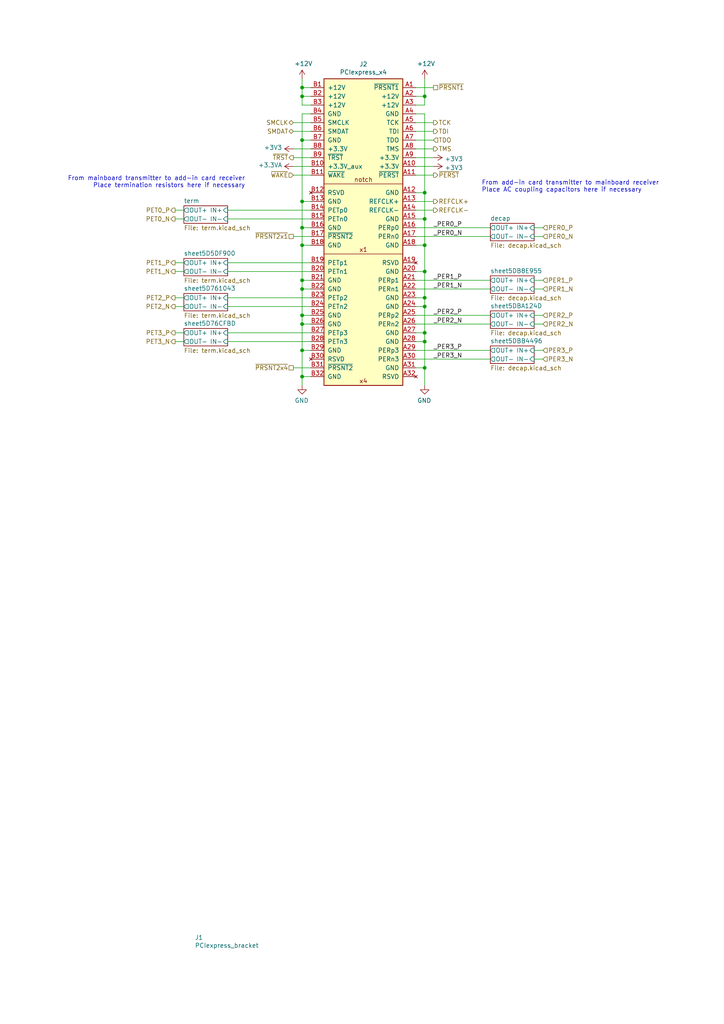
<source format=kicad_sch>
(kicad_sch (version 20211123) (generator eeschema)
  (paper "A4" portrait)
  (title_block (title "PCIexpress_x4_half") (company "Author: Luca Anastasio"))
  (lib_symbols
    (symbol "PCIexpress:PCIexpress_bracket" (pin_names (offset 1.016))
      (property "Reference" "J" (at 0 0 0))
      (property "Value" "PCIexpress_bracket" (at 0 0 0))
    )
    (symbol "PCIexpress:PCIexpress_x4" (pin_names (offset 1.016))
      (property "Reference" "J" (at 0 3.81 0))
      (property "Value" "PCIexpress_x4" (at 0 1.27 0))
      (symbol "PCIexpress_x4_0_0"
        (text "notch" (at 0 -29.21 0) (effects (font (size 1.27 1.27))))
        (text "x1" (at 0 -49.53 0) (effects (font (size 1.27 1.27))))
        (text "x4" (at 0 -87.63 0) (effects (font (size 1.27 1.27))))
      )
      (symbol "PCIexpress_x4_0_1"
        (polyline (pts (xy 11.43 -50.8) (xy -11.43 -50.8)))
        (polyline (pts (xy 11.43 -30.48) (xy -11.43 -30.48)))
      )
      (symbol "PCIexpress_x4_1_1"
        (rectangle (start 11.43 0) (end -11.43 -88.9) (stroke (width 0.254)) (fill (type background)))
        (pin passive line (at 15.24 -2.54 180) (length 3.81) (name "~{PRSNT1}") (number "A1"))
        (pin power_out line (at 15.24 -25.4 180) (length 3.81) (name "+3.3V") (number "A10"))
        (pin output line (at 15.24 -27.94 180) (length 3.81) (name "~{PERST}") (number "A11"))
        (pin power_out line (at 15.24 -33.02 180) (length 3.81) (name "GND") (number "A12"))
        (pin output line (at 15.24 -35.56 180) (length 3.81) (name "REFCLK+") (number "A13"))
        (pin output line (at 15.24 -38.1 180) (length 3.81) (name "REFCLK-") (number "A14"))
        (pin power_out line (at 15.24 -40.64 180) (length 3.81) (name "GND") (number "A15"))
        (pin input line (at 15.24 -43.18 180) (length 3.81) (name "PERp0") (number "A16"))
        (pin input line (at 15.24 -45.72 180) (length 3.81) (name "PERn0") (number "A17"))
        (pin power_out line (at 15.24 -48.26 180) (length 3.81) (name "GND") (number "A18"))
        (pin no_connect line (at 15.24 -53.34 180) (length 3.81) (name "RSVD") (number "A19"))
        (pin power_out line (at 15.24 -5.08 180) (length 3.81) (name "+12V") (number "A2"))
        (pin power_out line (at 15.24 -55.88 180) (length 3.81) (name "GND") (number "A20"))
        (pin input line (at 15.24 -58.42 180) (length 3.81) (name "PERp1") (number "A21"))
        (pin input line (at 15.24 -60.96 180) (length 3.81) (name "PERn1") (number "A22"))
        (pin power_out line (at 15.24 -63.5 180) (length 3.81) (name "GND") (number "A23"))
        (pin power_out line (at 15.24 -66.04 180) (length 3.81) (name "GND") (number "A24"))
        (pin input line (at 15.24 -68.58 180) (length 3.81) (name "PERp2") (number "A25"))
        (pin input line (at 15.24 -71.12 180) (length 3.81) (name "PERn2") (number "A26"))
        (pin power_out line (at 15.24 -73.66 180) (length 3.81) (name "GND") (number "A27"))
        (pin power_out line (at 15.24 -76.2 180) (length 3.81) (name "GND") (number "A28"))
        (pin input line (at 15.24 -78.74 180) (length 3.81) (name "PERp3") (number "A29"))
        (pin power_out line (at 15.24 -7.62 180) (length 3.81) (name "+12V") (number "A3"))
        (pin input line (at 15.24 -81.28 180) (length 3.81) (name "PERn3") (number "A30"))
        (pin power_out line (at 15.24 -83.82 180) (length 3.81) (name "GND") (number "A31"))
        (pin no_connect line (at 15.24 -86.36 180) (length 3.81) (name "RSVD") (number "A32"))
        (pin power_out line (at 15.24 -10.16 180) (length 3.81) (name "GND") (number "A4"))
        (pin output line (at 15.24 -12.7 180) (length 3.81) (name "TCK") (number "A5"))
        (pin output line (at 15.24 -15.24 180) (length 3.81) (name "TDI") (number "A6"))
        (pin input line (at 15.24 -17.78 180) (length 3.81) (name "TDO") (number "A7"))
        (pin output line (at 15.24 -20.32 180) (length 3.81) (name "TMS") (number "A8"))
        (pin power_out line (at 15.24 -22.86 180) (length 3.81) (name "+3.3V") (number "A9"))
        (pin power_out line (at -15.24 -2.54 0) (length 3.81) (name "+12V") (number "B1"))
        (pin power_out line (at -15.24 -25.4 0) (length 3.81) (name "+3.3V_aux") (number "B10"))
        (pin open_collector line (at -15.24 -27.94 0) (length 3.81) (name "~{WAKE}") (number "B11"))
        (pin no_connect line (at -15.24 -33.02 0) (length 3.81) (name "RSVD") (number "B12"))
        (pin power_out line (at -15.24 -35.56 0) (length 3.81) (name "GND") (number "B13"))
        (pin output line (at -15.24 -38.1 0) (length 3.81) (name "PETp0") (number "B14"))
        (pin output line (at -15.24 -40.64 0) (length 3.81) (name "PETn0") (number "B15"))
        (pin power_out line (at -15.24 -43.18 0) (length 3.81) (name "GND") (number "B16"))
        (pin passive line (at -15.24 -45.72 0) (length 3.81) (name "~{PRSNT2}") (number "B17"))
        (pin power_out line (at -15.24 -48.26 0) (length 3.81) (name "GND") (number "B18"))
        (pin output line (at -15.24 -53.34 0) (length 3.81) (name "PETp1") (number "B19"))
        (pin power_out line (at -15.24 -5.08 0) (length 3.81) (name "+12V") (number "B2"))
        (pin output line (at -15.24 -55.88 0) (length 3.81) (name "PETn1") (number "B20"))
        (pin power_out line (at -15.24 -58.42 0) (length 3.81) (name "GND") (number "B21"))
        (pin power_out line (at -15.24 -60.96 0) (length 3.81) (name "GND") (number "B22"))
        (pin output line (at -15.24 -63.5 0) (length 3.81) (name "PETp2") (number "B23"))
        (pin output line (at -15.24 -66.04 0) (length 3.81) (name "PETn2") (number "B24"))
        (pin power_out line (at -15.24 -68.58 0) (length 3.81) (name "GND") (number "B25"))
        (pin power_out line (at -15.24 -71.12 0) (length 3.81) (name "GND") (number "B26"))
        (pin output line (at -15.24 -73.66 0) (length 3.81) (name "PETp3") (number "B27"))
        (pin output line (at -15.24 -76.2 0) (length 3.81) (name "PETn3") (number "B28"))
        (pin power_out line (at -15.24 -78.74 0) (length 3.81) (name "GND") (number "B29"))
        (pin power_out line (at -15.24 -7.62 0) (length 3.81) (name "+12V") (number "B3"))
        (pin no_connect line (at -15.24 -81.28 0) (length 3.81) (name "RSVD") (number "B30"))
        (pin passive line (at -15.24 -83.82 0) (length 3.81) (name "~{PRSNT2}") (number "B31"))
        (pin power_out line (at -15.24 -86.36 0) (length 3.81) (name "GND") (number "B32"))
        (pin power_out line (at -15.24 -10.16 0) (length 3.81) (name "GND") (number "B4"))
        (pin open_collector line (at -15.24 -12.7 0) (length 3.81) (name "SMCLK") (number "B5"))
        (pin open_collector line (at -15.24 -15.24 0) (length 3.81) (name "SMDAT") (number "B6"))
        (pin power_out line (at -15.24 -17.78 0) (length 3.81) (name "GND") (number "B7"))
        (pin power_out line (at -15.24 -20.32 0) (length 3.81) (name "+3.3V") (number "B8"))
        (pin output line (at -15.24 -22.86 0) (length 3.81) (name "~{TRST}") (number "B9"))
      )
    )
    (symbol "PCIexpress_x4_half-rescue:+3.3V-power" (power) (pin_names (offset 0))
      (property "Value" "+3.3V-power" (at 0 3.556 0))
      (symbol "+3.3V-power_0_1"
        (polyline (pts (xy -0.762 1.27) (xy 0 2.54)))
        (polyline (pts (xy 0 0) (xy 0 2.54)))
        (polyline (pts (xy 0 2.54) (xy 0.762 1.27)))
      )
      (symbol "+3.3V-power_1_1"
        (pin power_in line (at 0 0 90) (length 0) hide (name "+3V3") (number "1"))
      )
    )
    (symbol "power:+12V" (power) (pin_names (offset 0))
      (property "Value" "+12V" (at 0 3.556 0))
      (symbol "+12V_0_1"
        (polyline (pts (xy -0.762 1.27) (xy 0 2.54)))
        (polyline (pts (xy 0 0) (xy 0 2.54)))
        (polyline (pts (xy 0 2.54) (xy 0.762 1.27)))
      )
      (symbol "+12V_1_1"
        (pin power_in line (at 0 0 90) (length 0) hide (name "+12V") (number "1"))
      )
    )
    (symbol "power:+3.3VA" (power) (pin_names (offset 0))
      (property "Value" "+3.3VA" (at 0 3.556 0))
      (symbol "+3.3VA_0_1"
        (polyline (pts (xy -0.762 1.27) (xy 0 2.54)))
        (polyline (pts (xy 0 0) (xy 0 2.54)))
        (polyline (pts (xy 0 2.54) (xy 0.762 1.27)))
      )
      (symbol "+3.3VA_1_1"
        (pin power_in line (at 0 0 90) (length 0) hide (name "+3.3VA") (number "1"))
      )
    )
    (symbol "power:GND" (power) (pin_names (offset 0))
      (property "Value" "GND" (at 0 -3.81 0))
      (symbol "GND_0_1"
        (polyline (pts (xy 0 0) (xy 0 -1.27) (xy 1.27 -1.27) (xy 0 -2.54) (xy -1.27 -1.27) (xy 0 -1.27)))
      )
      (symbol "GND_1_1"
        (pin power_in line (at 0 0 270) (length 0) hide (name "GND") (number "1"))
      )
    )
  )
  (junction (at 87.63 101.6))
  (junction (at 123.19 99.06))
  (junction (at 123.19 63.5))
  (junction (at 123.19 71.12))
  (junction (at 87.63 93.98))
  (junction (at 87.63 25.4))
  (junction (at 87.63 109.22))
  (junction (at 87.63 66.04))
  (junction (at 123.19 78.74))
  (junction (at 123.19 96.52))
  (junction (at 123.19 106.68))
  (junction (at 87.63 58.42))
  (junction (at 123.19 86.36))
  (junction (at 87.63 83.82))
  (junction (at 123.19 88.9))
  (junction (at 123.19 27.94))
  (junction (at 123.19 55.88))
  (junction (at 87.63 81.28))
  (junction (at 87.63 71.12))
  (junction (at 87.63 91.44))
  (junction (at 87.63 27.94))
  (junction (at 87.63 40.64))
  (wire (pts (xy 123.19 63.5) (xy 123.19 71.12)))
  (wire (pts (xy 154.94 66.04) (xy 157.48 66.04)))
  (wire (pts (xy 87.63 81.28) (xy 87.63 71.12)))
  (wire (pts (xy 90.17 93.98) (xy 87.63 93.98)))
  (wire (pts (xy 123.19 71.12) (xy 123.19 78.74)))
  (wire (pts (xy 90.17 68.58) (xy 85.09 68.58)))
  (wire (pts (xy 120.65 50.8) (xy 125.73 50.8)))
  (wire (pts (xy 123.19 99.06) (xy 123.19 106.68)))
  (wire (pts (xy 50.8 78.74) (xy 53.34 78.74)))
  (wire (pts (xy 90.17 81.28) (xy 87.63 81.28)))
  (wire (pts (xy 154.94 93.98) (xy 157.48 93.98)))
  (wire (pts (xy 120.65 38.1) (xy 125.73 38.1)))
  (wire (pts (xy 85.09 38.1) (xy 90.17 38.1)))
  (wire (pts (xy 123.19 27.94) (xy 120.65 27.94)))
  (wire (pts (xy 123.19 96.52) (xy 123.19 99.06)))
  (wire (pts (xy 120.65 93.98) (xy 142.24 93.98)))
  (wire (pts (xy 120.65 43.18) (xy 125.73 43.18)))
  (wire (pts (xy 90.17 25.4) (xy 87.63 25.4)))
  (wire (pts (xy 87.63 93.98) (xy 87.63 91.44)))
  (wire (pts (xy 66.04 60.96) (xy 90.17 60.96)))
  (wire (pts (xy 50.8 88.9) (xy 53.34 88.9)))
  (wire (pts (xy 120.65 68.58) (xy 142.24 68.58)))
  (wire (pts (xy 85.09 43.18) (xy 90.17 43.18)))
  (wire (pts (xy 120.65 48.26) (xy 125.73 48.26)))
  (wire (pts (xy 120.65 58.42) (xy 125.73 58.42)))
  (wire (pts (xy 120.65 55.88) (xy 123.19 55.88)))
  (wire (pts (xy 120.65 81.28) (xy 142.24 81.28)))
  (wire (pts (xy 90.17 40.64) (xy 87.63 40.64)))
  (wire (pts (xy 87.63 109.22) (xy 87.63 101.6)))
  (wire (pts (xy 120.65 91.44) (xy 142.24 91.44)))
  (wire (pts (xy 87.63 27.94) (xy 87.63 25.4)))
  (wire (pts (xy 87.63 101.6) (xy 87.63 93.98)))
  (wire (pts (xy 87.63 66.04) (xy 87.63 58.42)))
  (wire (pts (xy 87.63 111.76) (xy 87.63 109.22)))
  (wire (pts (xy 90.17 83.82) (xy 87.63 83.82)))
  (wire (pts (xy 123.19 86.36) (xy 123.19 88.9)))
  (wire (pts (xy 87.63 30.48) (xy 87.63 27.94)))
  (wire (pts (xy 123.19 22.86) (xy 123.19 27.94)))
  (wire (pts (xy 87.63 33.02) (xy 90.17 33.02)))
  (wire (pts (xy 120.65 86.36) (xy 123.19 86.36)))
  (wire (pts (xy 123.19 33.02) (xy 120.65 33.02)))
  (wire (pts (xy 120.65 40.64) (xy 125.73 40.64)))
  (wire (pts (xy 50.8 99.06) (xy 53.34 99.06)))
  (wire (pts (xy 154.94 104.14) (xy 157.48 104.14)))
  (wire (pts (xy 66.04 86.36) (xy 90.17 86.36)))
  (wire (pts (xy 87.63 40.64) (xy 87.63 33.02)))
  (wire (pts (xy 154.94 83.82) (xy 157.48 83.82)))
  (wire (pts (xy 123.19 33.02) (xy 123.19 55.88)))
  (wire (pts (xy 87.63 25.4) (xy 87.63 22.86)))
  (wire (pts (xy 154.94 81.28) (xy 157.48 81.28)))
  (wire (pts (xy 87.63 27.94) (xy 90.17 27.94)))
  (wire (pts (xy 120.65 71.12) (xy 123.19 71.12)))
  (wire (pts (xy 154.94 68.58) (xy 157.48 68.58)))
  (wire (pts (xy 90.17 91.44) (xy 87.63 91.44)))
  (wire (pts (xy 154.94 101.6) (xy 157.48 101.6)))
  (wire (pts (xy 120.65 60.96) (xy 125.73 60.96)))
  (wire (pts (xy 120.65 101.6) (xy 142.24 101.6)))
  (wire (pts (xy 50.8 76.2) (xy 53.34 76.2)))
  (wire (pts (xy 87.63 83.82) (xy 87.63 81.28)))
  (wire (pts (xy 85.09 35.56) (xy 90.17 35.56)))
  (wire (pts (xy 87.63 91.44) (xy 87.63 83.82)))
  (wire (pts (xy 120.65 88.9) (xy 123.19 88.9)))
  (wire (pts (xy 66.04 88.9) (xy 90.17 88.9)))
  (wire (pts (xy 120.65 96.52) (xy 123.19 96.52)))
  (wire (pts (xy 123.19 78.74) (xy 123.19 86.36)))
  (wire (pts (xy 90.17 66.04) (xy 87.63 66.04)))
  (wire (pts (xy 90.17 30.48) (xy 87.63 30.48)))
  (wire (pts (xy 90.17 71.12) (xy 87.63 71.12)))
  (wire (pts (xy 66.04 78.74) (xy 90.17 78.74)))
  (wire (pts (xy 85.09 106.68) (xy 90.17 106.68)))
  (wire (pts (xy 120.65 25.4) (xy 125.73 25.4)))
  (wire (pts (xy 120.65 106.68) (xy 123.19 106.68)))
  (wire (pts (xy 50.8 60.96) (xy 53.34 60.96)))
  (wire (pts (xy 66.04 96.52) (xy 90.17 96.52)))
  (wire (pts (xy 123.19 111.76) (xy 123.19 106.68)))
  (wire (pts (xy 66.04 76.2) (xy 90.17 76.2)))
  (wire (pts (xy 50.8 96.52) (xy 53.34 96.52)))
  (wire (pts (xy 85.09 50.8) (xy 90.17 50.8)))
  (wire (pts (xy 120.65 30.48) (xy 123.19 30.48)))
  (wire (pts (xy 120.65 83.82) (xy 142.24 83.82)))
  (wire (pts (xy 154.94 91.44) (xy 157.48 91.44)))
  (wire (pts (xy 90.17 58.42) (xy 87.63 58.42)))
  (wire (pts (xy 90.17 101.6) (xy 87.63 101.6)))
  (wire (pts (xy 120.65 45.72) (xy 125.73 45.72)))
  (wire (pts (xy 66.04 99.06) (xy 90.17 99.06)))
  (wire (pts (xy 87.63 58.42) (xy 87.63 40.64)))
  (wire (pts (xy 50.8 63.5) (xy 53.34 63.5)))
  (wire (pts (xy 90.17 109.22) (xy 87.63 109.22)))
  (wire (pts (xy 120.65 99.06) (xy 123.19 99.06)))
  (wire (pts (xy 66.04 63.5) (xy 90.17 63.5)))
  (wire (pts (xy 87.63 71.12) (xy 87.63 66.04)))
  (wire (pts (xy 120.65 104.14) (xy 142.24 104.14)))
  (wire (pts (xy 85.09 45.72) (xy 90.17 45.72)))
  (wire (pts (xy 120.65 63.5) (xy 123.19 63.5)))
  (wire (pts (xy 120.65 78.74) (xy 123.19 78.74)))
  (wire (pts (xy 120.65 35.56) (xy 125.73 35.56)))
  (wire (pts (xy 123.19 30.48) (xy 123.19 27.94)))
  (wire (pts (xy 50.8 86.36) (xy 53.34 86.36)))
  (wire (pts (xy 85.09 48.26) (xy 90.17 48.26)))
  (wire (pts (xy 123.19 88.9) (xy 123.19 96.52)))
  (wire (pts (xy 123.19 55.88) (xy 123.19 63.5)))
  (wire (pts (xy 120.65 66.04) (xy 142.24 66.04)))
  (text "From add-in card transmitter to mainboard receiver\nPlace AC coupling capacitors here if necessary" (at 139.7 55.88 0) (effects (font (size 1.27 1.27)) (justify left bottom)))
  (text "From mainboard transmitter to add-in card receiver\nPlace termination resistors here if necessary" (at 71.12 54.61 180) (effects (font (size 1.27 1.27)) (justify right bottom)))
  (label "_PER0_P" (at 125.73 66.04 0))
  (label "_PER1_N" (at 125.73 83.82 0))
  (label "_PER2_N" (at 125.73 93.98 0))
  (label "_PER1_P" (at 125.73 81.28 0))
  (label "_PER3_P" (at 125.73 101.6 0))
  (label "_PER2_P" (at 125.73 91.44 0))
  (label "_PER3_N" (at 125.73 104.14 0))
  (label "_PER0_N" (at 125.73 68.58 0))
  (hierarchical_label "PET1_N" (shape output) (at 50.8 78.74 180))
  (hierarchical_label "SMDAT" (shape bidirectional) (at 85.09 38.1 180))
  (hierarchical_label "~{PRSNT2x1}" (shape passive) (at 85.09 68.58 180))
  (hierarchical_label "TMS" (shape output) (at 125.73 43.18 0))
  (hierarchical_label "~{WAKE}" (shape input) (at 85.09 50.8 180))
  (hierarchical_label "TDI" (shape output) (at 125.73 38.1 0))
  (hierarchical_label "PET0_N" (shape output) (at 50.8 63.5 180))
  (hierarchical_label "REFCLK+" (shape output) (at 125.73 58.42 0))
  (hierarchical_label "~{TRST}" (shape output) (at 85.09 45.72 180))
  (hierarchical_label "PET2_N" (shape output) (at 50.8 88.9 180))
  (hierarchical_label "PET2_P" (shape output) (at 50.8 86.36 180))
  (hierarchical_label "TCK" (shape output) (at 125.73 35.56 0))
  (hierarchical_label "PER3_P" (shape input) (at 157.48 101.6 0))
  (hierarchical_label "PET3_P" (shape output) (at 50.8 96.52 180))
  (hierarchical_label "PER0_N" (shape input) (at 157.48 68.58 0))
  (hierarchical_label "PET3_N" (shape output) (at 50.8 99.06 180))
  (hierarchical_label "PER2_N" (shape input) (at 157.48 93.98 0))
  (hierarchical_label "PET1_P" (shape output) (at 50.8 76.2 180))
  (hierarchical_label "~{PERST}" (shape output) (at 125.73 50.8 0))
  (hierarchical_label "~{PRSNT1}" (shape passive) (at 125.73 25.4 0))
  (hierarchical_label "PER3_N" (shape input) (at 157.48 104.14 0))
  (hierarchical_label "PER0_P" (shape input) (at 157.48 66.04 0))
  (hierarchical_label "REFCLK-" (shape output) (at 125.73 60.96 0))
  (hierarchical_label "PER1_N" (shape input) (at 157.48 83.82 0))
  (hierarchical_label "PET0_P" (shape output) (at 50.8 60.96 180))
  (hierarchical_label "PER2_P" (shape input) (at 157.48 91.44 0))
  (hierarchical_label "SMCLK" (shape bidirectional) (at 85.09 35.56 180))
  (hierarchical_label "PER1_P" (shape input) (at 157.48 81.28 0))
  (hierarchical_label "TDO" (shape input) (at 125.73 40.64 0))
  (hierarchical_label "~{PRSNT2x4}" (shape passive) (at 85.09 106.68 180))
  (symbol (lib_id "PCIexpress:PCIexpress_x4") (at 105.41 22.86 0) (unit 1)
    (property "Reference" "J2" (at 105.41 18.6182 0))
    (property "Value" "PCIexpress_x4" (at 105.41 20.9296 0))
    (property "Footprint" "PCIexpress:PCIexpress_x4" (effects hide))
  )
  (symbol (lib_id "PCIexpress:PCIexpress_bracket") (at 55.88 273.05 0) (unit 1)
    (property "Reference" "J1" (at 56.515 271.8816 0) (effects (justify left)))
    (property "Value" "PCIexpress_bracket" (at 56.515 274.193 0) (effects (justify left)))
    (property "Footprint" "PCIexpress:PCIexpress_bracket_full" (effects hide))
  )
  (symbol (lib_id "power:GND") (at 87.63 111.76 0) (mirror y) (unit 1)
    (property "Reference" "#PWR0101" (effects hide))
    (property "Value" "GND" (at 87.503 116.1542 0))
  )
  (symbol (lib_id "power:GND") (at 123.19 111.76 0) (mirror y) (unit 1)
    (property "Reference" "#PWR0102" (effects hide))
    (property "Value" "GND" (at 123.063 116.1542 0))
  )
  (symbol (lib_id "PCIexpress_x4_half-rescue:+3.3V-power") (at 85.09 43.18 90) (unit 1)
    (property "Reference" "#PWR?" (effects hide))
  )
  (symbol (lib_id "PCIexpress_x4_half-rescue:+3.3V-power") (at 125.73 45.72 270) (unit 1)
    (property "Reference" "#PWR?" (effects hide))
  )
  (symbol (lib_id "PCIexpress_x4_half-rescue:+3.3V-power") (at 125.73 48.26 270) (unit 1)
    (property "Reference" "#PWR?" (effects hide))
  )
  (symbol (lib_id "power:+3.3VA") (at 85.09 48.26 90) (unit 1)
    (property "Reference" "#PWR?" (effects hide))
  )
  (symbol (lib_id "power:+12V") (at 87.63 22.86 0) (unit 1)
    (property "Reference" "#PWR?" (effects hide))
  )
  (symbol (lib_id "power:+12V") (at 123.19 22.86 0) (unit 1)
    (property "Reference" "#PWR?" (effects hide))
  )
  (sheet (at 53.34 59.69) (size 12.7 5.08)
    (property "Sheet name" "term" (at 53.34 58.9784 0) (effects (justify left bottom)))
    (property "Sheet file" "term.kicad_sch" (at 53.34 65.3546 0) (effects (justify left top)))
    (pin "IN+" input (at 66.04 60.96 0))
    (pin "IN-" input (at 66.04 63.5 0))
    (pin "OUT+" output (at 53.34 60.96 180))
    (pin "OUT-" output (at 53.34 63.5 180))
  )
  (sheet (at 53.34 74.93) (size 12.7 5.08)
    (property "Sheet name" "sheet5D5DF900" (at 53.34 74.2184 0) (effects (justify left bottom)))
    (property "Sheet file" "term.kicad_sch" (at 53.34 80.5946 0) (effects (justify left top)))
    (pin "IN+" input (at 66.04 76.2 0))
    (pin "IN-" input (at 66.04 78.74 0))
    (pin "OUT+" output (at 53.34 76.2 180))
    (pin "OUT-" output (at 53.34 78.74 180))
  )
  (sheet (at 53.34 85.09) (size 12.7 5.08)
    (property "Sheet name" "sheet5D761043" (at 53.34 84.3784 0) (effects (justify left bottom)))
    (property "Sheet file" "term.kicad_sch" (at 53.34 90.7546 0) (effects (justify left top)))
    (pin "IN+" input (at 66.04 86.36 0))
    (pin "IN-" input (at 66.04 88.9 0))
    (pin "OUT+" output (at 53.34 86.36 180))
    (pin "OUT-" output (at 53.34 88.9 180))
  )
  (sheet (at 53.34 95.25) (size 12.7 5.08)
    (property "Sheet name" "sheet5D76CFBD" (at 53.34 94.5384 0) (effects (justify left bottom)))
    (property "Sheet file" "term.kicad_sch" (at 53.34 100.9146 0) (effects (justify left top)))
    (pin "IN+" input (at 66.04 96.52 0))
    (pin "IN-" input (at 66.04 99.06 0))
    (pin "OUT+" output (at 53.34 96.52 180))
    (pin "OUT-" output (at 53.34 99.06 180))
  )
  (sheet (at 142.24 64.77) (size 12.7 5.08)
    (property "Sheet name" "decap" (at 142.24 64.0584 0) (effects (justify left bottom)))
    (property "Sheet file" "decap.kicad_sch" (at 142.24 70.4346 0) (effects (justify left top)))
    (pin "IN+" input (at 154.94 66.04 0))
    (pin "OUT+" output (at 142.24 66.04 180))
    (pin "OUT-" output (at 142.24 68.58 180))
    (pin "IN-" input (at 154.94 68.58 0))
  )
  (sheet (at 142.24 80.01) (size 12.7 5.08)
    (property "Sheet name" "sheet5DB8E955" (at 142.24 79.2984 0) (effects (justify left bottom)))
    (property "Sheet file" "decap.kicad_sch" (at 142.24 85.6746 0) (effects (justify left top)))
    (pin "IN+" input (at 154.94 81.28 0))
    (pin "OUT+" output (at 142.24 81.28 180))
    (pin "OUT-" output (at 142.24 83.82 180))
    (pin "IN-" input (at 154.94 83.82 0))
  )
  (sheet (at 142.24 90.17) (size 12.7 5.08)
    (property "Sheet name" "sheet5DBA124D" (at 142.24 89.4584 0) (effects (justify left bottom)))
    (property "Sheet file" "decap.kicad_sch" (at 142.24 95.8346 0) (effects (justify left top)))
    (pin "IN+" input (at 154.94 91.44 0))
    (pin "OUT+" output (at 142.24 91.44 180))
    (pin "OUT-" output (at 142.24 93.98 180))
    (pin "IN-" input (at 154.94 93.98 0))
  )
  (sheet (at 142.24 100.33) (size 12.7 5.08)
    (property "Sheet name" "sheet5DBB4496" (at 142.24 99.6184 0) (effects (justify left bottom)))
    (property "Sheet file" "decap.kicad_sch" (at 142.24 105.9946 0) (effects (justify left top)))
    (pin "IN+" input (at 154.94 101.6 0))
    (pin "OUT+" output (at 142.24 101.6 180))
    (pin "OUT-" output (at 142.24 104.14 180))
    (pin "IN-" input (at 154.94 104.14 0))
  )
)
</source>
